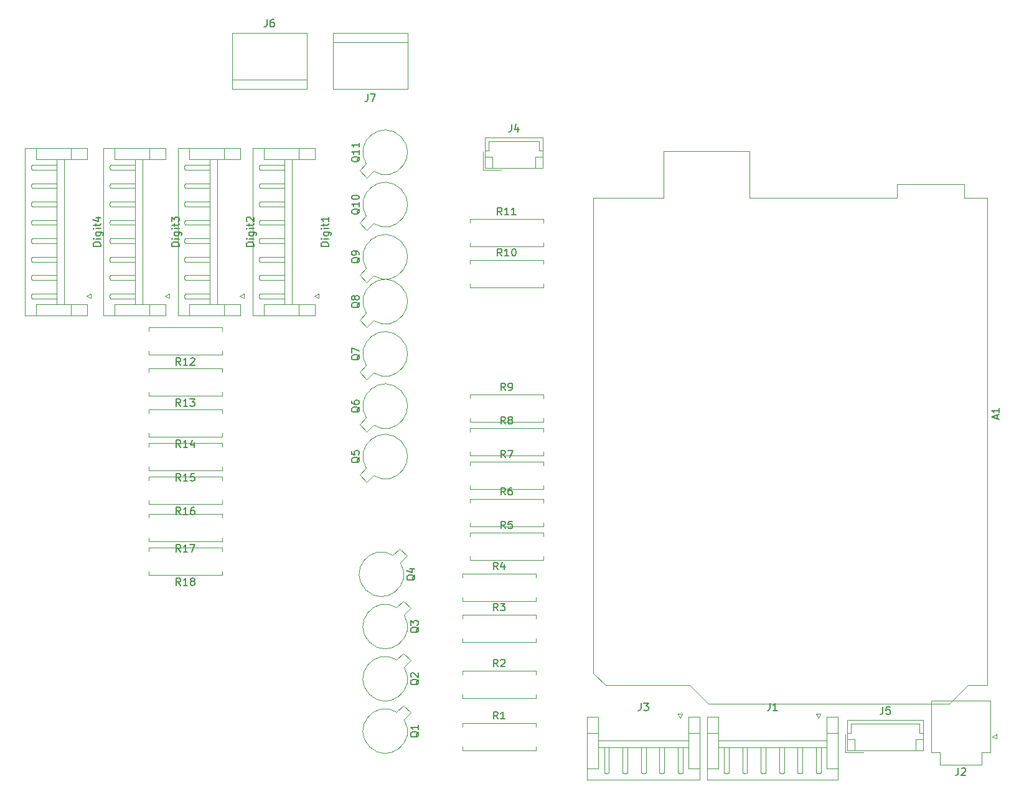
<source format=gbr>
G04 #@! TF.GenerationSoftware,KiCad,Pcbnew,(5.1.2)-2*
G04 #@! TF.CreationDate,2019-08-27T13:21:09+07:00*
G04 #@! TF.ProjectId,clock_7segment,636c6f63-6b5f-4377-9365-676d656e742e,rev?*
G04 #@! TF.SameCoordinates,Original*
G04 #@! TF.FileFunction,Legend,Top*
G04 #@! TF.FilePolarity,Positive*
%FSLAX46Y46*%
G04 Gerber Fmt 4.6, Leading zero omitted, Abs format (unit mm)*
G04 Created by KiCad (PCBNEW (5.1.2)-2) date 2019-08-27 13:21:09*
%MOMM*%
%LPD*%
G04 APERTURE LIST*
%ADD10C,0.120000*%
%ADD11C,0.150000*%
G04 APERTURE END LIST*
D10*
X107155719Y-131122331D02*
X106243552Y-132034499D01*
X106243552Y-132034499D02*
X107233501Y-133024448D01*
X107233501Y-133024448D02*
X108145669Y-132112281D01*
X108145456Y-132112150D02*
G75*
G03X107155719Y-131122331I1582544J2572150D01*
G01*
X108145456Y-118142150D02*
G75*
G03X107155719Y-117152331I1582544J2572150D01*
G01*
X107233501Y-119054448D02*
X108145669Y-118142281D01*
X106243552Y-118064499D02*
X107233501Y-119054448D01*
X107155719Y-117152331D02*
X106243552Y-118064499D01*
X108145456Y-90710150D02*
G75*
G03X107155719Y-89720331I1582544J2572150D01*
G01*
X107233501Y-91622448D02*
X108145669Y-90710281D01*
X106243552Y-90632499D02*
X107233501Y-91622448D01*
X107155719Y-89720331D02*
X106243552Y-90632499D01*
X111792281Y-143959669D02*
X112704448Y-143047501D01*
X112704448Y-143047501D02*
X111714499Y-142057552D01*
X111714499Y-142057552D02*
X110802331Y-142969719D01*
X110802544Y-142969850D02*
G75*
G03X111792281Y-143959669I-1582544J-2572150D01*
G01*
X107155719Y-110040331D02*
X106243552Y-110952499D01*
X106243552Y-110952499D02*
X107233501Y-111942448D01*
X107233501Y-111942448D02*
X108145669Y-111030281D01*
X108145456Y-111030150D02*
G75*
G03X107155719Y-110040331I1582544J2572150D01*
G01*
X131248000Y-106508000D02*
X131248000Y-106028000D01*
X121228000Y-106508000D02*
X131248000Y-106508000D01*
X121228000Y-106028000D02*
X121228000Y-106508000D01*
X131248000Y-102788000D02*
X131248000Y-103268000D01*
X121228000Y-102788000D02*
X131248000Y-102788000D01*
X121228000Y-103268000D02*
X121228000Y-102788000D01*
X151126000Y-160658000D02*
X153666000Y-163198000D01*
X139696000Y-160658000D02*
X151126000Y-160658000D01*
X138046000Y-159008000D02*
X139696000Y-160658000D01*
X138046000Y-94358000D02*
X138046000Y-159008000D01*
X147576000Y-94358000D02*
X138046000Y-94358000D01*
X147576000Y-88008000D02*
X147576000Y-94358000D01*
X159256000Y-88008000D02*
X147576000Y-88008000D01*
X159256000Y-94358000D02*
X159256000Y-88008000D01*
X179326000Y-94358000D02*
X159256000Y-94358000D01*
X179326000Y-92458000D02*
X179326000Y-94358000D01*
X188466000Y-92458000D02*
X179326000Y-92458000D01*
X188466000Y-94358000D02*
X188466000Y-92458000D01*
X191646000Y-94358000D02*
X188466000Y-94358000D01*
X191646000Y-160658000D02*
X191646000Y-94358000D01*
X188976000Y-160658000D02*
X191646000Y-160658000D01*
X186436000Y-163198000D02*
X188976000Y-160658000D01*
X153666000Y-163198000D02*
X186436000Y-163198000D01*
X100652000Y-107396000D02*
X100052000Y-107696000D01*
X100652000Y-107996000D02*
X100652000Y-107396000D01*
X100052000Y-107696000D02*
X100652000Y-107996000D01*
X96052000Y-89876000D02*
X96052000Y-90196000D01*
X92632000Y-89876000D02*
X96052000Y-89876000D01*
X92552000Y-90196000D02*
X92632000Y-89876000D01*
X92632000Y-90516000D02*
X92552000Y-90196000D01*
X96052000Y-90516000D02*
X92632000Y-90516000D01*
X96052000Y-90196000D02*
X96052000Y-90516000D01*
X96052000Y-92376000D02*
X96052000Y-92696000D01*
X92632000Y-92376000D02*
X96052000Y-92376000D01*
X92552000Y-92696000D02*
X92632000Y-92376000D01*
X92632000Y-93016000D02*
X92552000Y-92696000D01*
X96052000Y-93016000D02*
X92632000Y-93016000D01*
X96052000Y-92696000D02*
X96052000Y-93016000D01*
X96052000Y-94876000D02*
X96052000Y-95196000D01*
X92632000Y-94876000D02*
X96052000Y-94876000D01*
X92552000Y-95196000D02*
X92632000Y-94876000D01*
X92632000Y-95516000D02*
X92552000Y-95196000D01*
X96052000Y-95516000D02*
X92632000Y-95516000D01*
X96052000Y-95196000D02*
X96052000Y-95516000D01*
X96052000Y-97376000D02*
X96052000Y-97696000D01*
X92632000Y-97376000D02*
X96052000Y-97376000D01*
X92552000Y-97696000D02*
X92632000Y-97376000D01*
X92632000Y-98016000D02*
X92552000Y-97696000D01*
X96052000Y-98016000D02*
X92632000Y-98016000D01*
X96052000Y-97696000D02*
X96052000Y-98016000D01*
X96052000Y-99876000D02*
X96052000Y-100196000D01*
X92632000Y-99876000D02*
X96052000Y-99876000D01*
X92552000Y-100196000D02*
X92632000Y-99876000D01*
X92632000Y-100516000D02*
X92552000Y-100196000D01*
X96052000Y-100516000D02*
X92632000Y-100516000D01*
X96052000Y-100196000D02*
X96052000Y-100516000D01*
X96052000Y-102376000D02*
X96052000Y-102696000D01*
X92632000Y-102376000D02*
X96052000Y-102376000D01*
X92552000Y-102696000D02*
X92632000Y-102376000D01*
X92632000Y-103016000D02*
X92552000Y-102696000D01*
X96052000Y-103016000D02*
X92632000Y-103016000D01*
X96052000Y-102696000D02*
X96052000Y-103016000D01*
X96052000Y-104876000D02*
X96052000Y-105196000D01*
X92632000Y-104876000D02*
X96052000Y-104876000D01*
X92552000Y-105196000D02*
X92632000Y-104876000D01*
X92632000Y-105516000D02*
X92552000Y-105196000D01*
X96052000Y-105516000D02*
X92632000Y-105516000D01*
X96052000Y-105196000D02*
X96052000Y-105516000D01*
X96052000Y-107376000D02*
X96052000Y-107696000D01*
X92632000Y-107376000D02*
X96052000Y-107376000D01*
X92552000Y-107696000D02*
X92632000Y-107376000D01*
X92632000Y-108016000D02*
X92552000Y-107696000D01*
X96052000Y-108016000D02*
X92632000Y-108016000D01*
X96052000Y-107696000D02*
X96052000Y-108016000D01*
X97052000Y-108846000D02*
X97052000Y-89046000D01*
X96052000Y-108846000D02*
X96052000Y-89046000D01*
X98002000Y-89046000D02*
X98002000Y-87546000D01*
X93202000Y-89046000D02*
X98002000Y-89046000D01*
X93202000Y-87546000D02*
X93202000Y-89046000D01*
X98002000Y-108846000D02*
X98002000Y-110346000D01*
X93202000Y-108846000D02*
X98002000Y-108846000D01*
X93202000Y-110346000D02*
X93202000Y-108846000D01*
X100202000Y-89046000D02*
X98002000Y-89046000D01*
X100202000Y-87546000D02*
X100202000Y-89046000D01*
X91702000Y-87546000D02*
X100202000Y-87546000D01*
X91702000Y-110346000D02*
X91702000Y-87546000D01*
X100202000Y-110346000D02*
X91702000Y-110346000D01*
X100202000Y-108846000D02*
X100202000Y-110346000D01*
X98002000Y-108846000D02*
X100202000Y-108846000D01*
X67014000Y-108846000D02*
X69214000Y-108846000D01*
X69214000Y-108846000D02*
X69214000Y-110346000D01*
X69214000Y-110346000D02*
X60714000Y-110346000D01*
X60714000Y-110346000D02*
X60714000Y-87546000D01*
X60714000Y-87546000D02*
X69214000Y-87546000D01*
X69214000Y-87546000D02*
X69214000Y-89046000D01*
X69214000Y-89046000D02*
X67014000Y-89046000D01*
X62214000Y-110346000D02*
X62214000Y-108846000D01*
X62214000Y-108846000D02*
X67014000Y-108846000D01*
X67014000Y-108846000D02*
X67014000Y-110346000D01*
X62214000Y-87546000D02*
X62214000Y-89046000D01*
X62214000Y-89046000D02*
X67014000Y-89046000D01*
X67014000Y-89046000D02*
X67014000Y-87546000D01*
X65064000Y-108846000D02*
X65064000Y-89046000D01*
X66064000Y-108846000D02*
X66064000Y-89046000D01*
X65064000Y-107696000D02*
X65064000Y-108016000D01*
X65064000Y-108016000D02*
X61644000Y-108016000D01*
X61644000Y-108016000D02*
X61564000Y-107696000D01*
X61564000Y-107696000D02*
X61644000Y-107376000D01*
X61644000Y-107376000D02*
X65064000Y-107376000D01*
X65064000Y-107376000D02*
X65064000Y-107696000D01*
X65064000Y-105196000D02*
X65064000Y-105516000D01*
X65064000Y-105516000D02*
X61644000Y-105516000D01*
X61644000Y-105516000D02*
X61564000Y-105196000D01*
X61564000Y-105196000D02*
X61644000Y-104876000D01*
X61644000Y-104876000D02*
X65064000Y-104876000D01*
X65064000Y-104876000D02*
X65064000Y-105196000D01*
X65064000Y-102696000D02*
X65064000Y-103016000D01*
X65064000Y-103016000D02*
X61644000Y-103016000D01*
X61644000Y-103016000D02*
X61564000Y-102696000D01*
X61564000Y-102696000D02*
X61644000Y-102376000D01*
X61644000Y-102376000D02*
X65064000Y-102376000D01*
X65064000Y-102376000D02*
X65064000Y-102696000D01*
X65064000Y-100196000D02*
X65064000Y-100516000D01*
X65064000Y-100516000D02*
X61644000Y-100516000D01*
X61644000Y-100516000D02*
X61564000Y-100196000D01*
X61564000Y-100196000D02*
X61644000Y-99876000D01*
X61644000Y-99876000D02*
X65064000Y-99876000D01*
X65064000Y-99876000D02*
X65064000Y-100196000D01*
X65064000Y-97696000D02*
X65064000Y-98016000D01*
X65064000Y-98016000D02*
X61644000Y-98016000D01*
X61644000Y-98016000D02*
X61564000Y-97696000D01*
X61564000Y-97696000D02*
X61644000Y-97376000D01*
X61644000Y-97376000D02*
X65064000Y-97376000D01*
X65064000Y-97376000D02*
X65064000Y-97696000D01*
X65064000Y-95196000D02*
X65064000Y-95516000D01*
X65064000Y-95516000D02*
X61644000Y-95516000D01*
X61644000Y-95516000D02*
X61564000Y-95196000D01*
X61564000Y-95196000D02*
X61644000Y-94876000D01*
X61644000Y-94876000D02*
X65064000Y-94876000D01*
X65064000Y-94876000D02*
X65064000Y-95196000D01*
X65064000Y-92696000D02*
X65064000Y-93016000D01*
X65064000Y-93016000D02*
X61644000Y-93016000D01*
X61644000Y-93016000D02*
X61564000Y-92696000D01*
X61564000Y-92696000D02*
X61644000Y-92376000D01*
X61644000Y-92376000D02*
X65064000Y-92376000D01*
X65064000Y-92376000D02*
X65064000Y-92696000D01*
X65064000Y-90196000D02*
X65064000Y-90516000D01*
X65064000Y-90516000D02*
X61644000Y-90516000D01*
X61644000Y-90516000D02*
X61564000Y-90196000D01*
X61564000Y-90196000D02*
X61644000Y-89876000D01*
X61644000Y-89876000D02*
X65064000Y-89876000D01*
X65064000Y-89876000D02*
X65064000Y-90196000D01*
X69064000Y-107696000D02*
X69664000Y-107996000D01*
X69664000Y-107996000D02*
X69664000Y-107396000D01*
X69664000Y-107396000D02*
X69064000Y-107696000D01*
X168356000Y-164524000D02*
X168656000Y-165124000D01*
X168956000Y-164524000D02*
X168356000Y-164524000D01*
X168656000Y-165124000D02*
X168956000Y-164524000D01*
X155836000Y-169124000D02*
X156156000Y-169124000D01*
X155836000Y-172544000D02*
X155836000Y-169124000D01*
X156156000Y-172624000D02*
X155836000Y-172544000D01*
X156476000Y-172544000D02*
X156156000Y-172624000D01*
X156476000Y-169124000D02*
X156476000Y-172544000D01*
X156156000Y-169124000D02*
X156476000Y-169124000D01*
X158336000Y-169124000D02*
X158656000Y-169124000D01*
X158336000Y-172544000D02*
X158336000Y-169124000D01*
X158656000Y-172624000D02*
X158336000Y-172544000D01*
X158976000Y-172544000D02*
X158656000Y-172624000D01*
X158976000Y-169124000D02*
X158976000Y-172544000D01*
X158656000Y-169124000D02*
X158976000Y-169124000D01*
X160836000Y-169124000D02*
X161156000Y-169124000D01*
X160836000Y-172544000D02*
X160836000Y-169124000D01*
X161156000Y-172624000D02*
X160836000Y-172544000D01*
X161476000Y-172544000D02*
X161156000Y-172624000D01*
X161476000Y-169124000D02*
X161476000Y-172544000D01*
X161156000Y-169124000D02*
X161476000Y-169124000D01*
X163336000Y-169124000D02*
X163656000Y-169124000D01*
X163336000Y-172544000D02*
X163336000Y-169124000D01*
X163656000Y-172624000D02*
X163336000Y-172544000D01*
X163976000Y-172544000D02*
X163656000Y-172624000D01*
X163976000Y-169124000D02*
X163976000Y-172544000D01*
X163656000Y-169124000D02*
X163976000Y-169124000D01*
X165836000Y-169124000D02*
X166156000Y-169124000D01*
X165836000Y-172544000D02*
X165836000Y-169124000D01*
X166156000Y-172624000D02*
X165836000Y-172544000D01*
X166476000Y-172544000D02*
X166156000Y-172624000D01*
X166476000Y-169124000D02*
X166476000Y-172544000D01*
X166156000Y-169124000D02*
X166476000Y-169124000D01*
X168336000Y-169124000D02*
X168656000Y-169124000D01*
X168336000Y-172544000D02*
X168336000Y-169124000D01*
X168656000Y-172624000D02*
X168336000Y-172544000D01*
X168976000Y-172544000D02*
X168656000Y-172624000D01*
X168976000Y-169124000D02*
X168976000Y-172544000D01*
X168656000Y-169124000D02*
X168976000Y-169124000D01*
X169806000Y-168124000D02*
X155006000Y-168124000D01*
X169806000Y-169124000D02*
X155006000Y-169124000D01*
X155006000Y-167174000D02*
X153506000Y-167174000D01*
X155006000Y-171974000D02*
X155006000Y-167174000D01*
X153506000Y-171974000D02*
X155006000Y-171974000D01*
X169806000Y-167174000D02*
X171306000Y-167174000D01*
X169806000Y-171974000D02*
X169806000Y-167174000D01*
X171306000Y-171974000D02*
X169806000Y-171974000D01*
X155006000Y-164974000D02*
X155006000Y-167174000D01*
X153506000Y-164974000D02*
X155006000Y-164974000D01*
X153506000Y-173474000D02*
X153506000Y-164974000D01*
X171306000Y-173474000D02*
X153506000Y-173474000D01*
X171306000Y-164974000D02*
X171306000Y-173474000D01*
X169806000Y-164974000D02*
X171306000Y-164974000D01*
X169806000Y-167174000D02*
X169806000Y-164974000D01*
X192862000Y-167940000D02*
X192262000Y-167640000D01*
X192862000Y-167340000D02*
X192862000Y-167940000D01*
X192262000Y-167640000D02*
X192862000Y-167340000D01*
X183962000Y-162720000D02*
X192062000Y-162720000D01*
X183962000Y-169760000D02*
X183962000Y-162720000D01*
X185162000Y-169760000D02*
X183962000Y-169760000D01*
X185162000Y-171460000D02*
X185162000Y-169760000D01*
X190862000Y-171460000D02*
X185162000Y-171460000D01*
X190862000Y-169760000D02*
X190862000Y-171460000D01*
X192062000Y-169760000D02*
X190862000Y-169760000D01*
X192062000Y-162720000D02*
X192062000Y-169760000D01*
X123034000Y-90534000D02*
X125534000Y-90534000D01*
X123034000Y-88034000D02*
X123034000Y-90534000D01*
X130134000Y-88734000D02*
X130134000Y-90234000D01*
X131134000Y-88734000D02*
X130134000Y-88734000D01*
X124334000Y-88734000D02*
X124334000Y-90234000D01*
X123334000Y-88734000D02*
X124334000Y-88734000D01*
X130634000Y-87884000D02*
X131134000Y-87884000D01*
X130634000Y-86634000D02*
X130634000Y-87884000D01*
X123834000Y-86634000D02*
X130634000Y-86634000D01*
X123834000Y-87884000D02*
X123834000Y-86634000D01*
X123334000Y-87884000D02*
X123834000Y-87884000D01*
X131134000Y-86134000D02*
X123334000Y-86134000D01*
X131134000Y-90234000D02*
X131134000Y-86134000D01*
X123334000Y-90234000D02*
X131134000Y-90234000D01*
X123334000Y-86134000D02*
X123334000Y-90234000D01*
X172310000Y-169782000D02*
X174810000Y-169782000D01*
X172310000Y-167282000D02*
X172310000Y-169782000D01*
X181910000Y-167982000D02*
X181910000Y-169482000D01*
X182910000Y-167982000D02*
X181910000Y-167982000D01*
X173610000Y-167982000D02*
X173610000Y-169482000D01*
X172610000Y-167982000D02*
X173610000Y-167982000D01*
X182410000Y-167132000D02*
X182910000Y-167132000D01*
X182410000Y-165882000D02*
X182410000Y-167132000D01*
X173110000Y-165882000D02*
X182410000Y-165882000D01*
X173110000Y-167132000D02*
X173110000Y-165882000D01*
X172610000Y-167132000D02*
X173110000Y-167132000D01*
X182910000Y-165382000D02*
X172610000Y-165382000D01*
X182910000Y-169482000D02*
X182910000Y-165382000D01*
X172610000Y-169482000D02*
X182910000Y-169482000D01*
X172610000Y-165382000D02*
X172610000Y-169482000D01*
X88900000Y-79502000D02*
X99060000Y-79502000D01*
X88900000Y-71882000D02*
X88900000Y-79502000D01*
X99060000Y-71882000D02*
X88900000Y-71882000D01*
X99060000Y-79502000D02*
X99060000Y-71882000D01*
X99060000Y-78232000D02*
X88900000Y-78232000D01*
X102616000Y-73152000D02*
X112776000Y-73152000D01*
X102616000Y-71882000D02*
X102616000Y-79502000D01*
X102616000Y-79502000D02*
X112776000Y-79502000D01*
X112776000Y-79502000D02*
X112776000Y-71882000D01*
X112776000Y-71882000D02*
X102616000Y-71882000D01*
X111310544Y-164305850D02*
G75*
G03X112300281Y-165295669I-1582544J-2572150D01*
G01*
X112222499Y-163393552D02*
X111310331Y-164305719D01*
X113212448Y-164383501D02*
X112222499Y-163393552D01*
X112300281Y-165295669D02*
X113212448Y-164383501D01*
X112300281Y-158183669D02*
X113212448Y-157271501D01*
X113212448Y-157271501D02*
X112222499Y-156281552D01*
X112222499Y-156281552D02*
X111310331Y-157193719D01*
X111310544Y-157193850D02*
G75*
G03X112300281Y-158183669I-1582544J-2572150D01*
G01*
X111310544Y-150081850D02*
G75*
G03X112300281Y-151071669I-1582544J-2572150D01*
G01*
X112222499Y-149169552D02*
X111310331Y-150081719D01*
X113212448Y-150159501D02*
X112222499Y-149169552D01*
X112300281Y-151071669D02*
X113212448Y-150159501D01*
X108145456Y-125254150D02*
G75*
G03X107155719Y-124264331I1582544J2572150D01*
G01*
X107233501Y-126166448D02*
X108145669Y-125254281D01*
X106243552Y-125176499D02*
X107233501Y-126166448D01*
X107155719Y-124264331D02*
X106243552Y-125176499D01*
X108145456Y-104934150D02*
G75*
G03X107155719Y-103944331I1582544J2572150D01*
G01*
X107233501Y-105846448D02*
X108145669Y-104934281D01*
X106243552Y-104856499D02*
X107233501Y-105846448D01*
X107155719Y-103944331D02*
X106243552Y-104856499D01*
X107155719Y-96832331D02*
X106243552Y-97744499D01*
X106243552Y-97744499D02*
X107233501Y-98734448D01*
X107233501Y-98734448D02*
X108145669Y-97822281D01*
X108145456Y-97822150D02*
G75*
G03X107155719Y-96832331I1582544J2572150D01*
G01*
X120212000Y-166260000D02*
X120212000Y-165780000D01*
X120212000Y-165780000D02*
X130232000Y-165780000D01*
X130232000Y-165780000D02*
X130232000Y-166260000D01*
X120212000Y-169020000D02*
X120212000Y-169500000D01*
X120212000Y-169500000D02*
X130232000Y-169500000D01*
X130232000Y-169500000D02*
X130232000Y-169020000D01*
X130232000Y-162388000D02*
X130232000Y-161908000D01*
X120212000Y-162388000D02*
X130232000Y-162388000D01*
X120212000Y-161908000D02*
X120212000Y-162388000D01*
X130232000Y-158668000D02*
X130232000Y-159148000D01*
X120212000Y-158668000D02*
X130232000Y-158668000D01*
X120212000Y-159148000D02*
X120212000Y-158668000D01*
X120212000Y-151528000D02*
X120212000Y-151048000D01*
X120212000Y-151048000D02*
X130232000Y-151048000D01*
X130232000Y-151048000D02*
X130232000Y-151528000D01*
X120212000Y-154288000D02*
X120212000Y-154768000D01*
X120212000Y-154768000D02*
X130232000Y-154768000D01*
X130232000Y-154768000D02*
X130232000Y-154288000D01*
X130232000Y-149180000D02*
X130232000Y-148700000D01*
X120212000Y-149180000D02*
X130232000Y-149180000D01*
X120212000Y-148700000D02*
X120212000Y-149180000D01*
X130232000Y-145460000D02*
X130232000Y-145940000D01*
X120212000Y-145460000D02*
X130232000Y-145460000D01*
X120212000Y-145940000D02*
X120212000Y-145460000D01*
X131248000Y-143592000D02*
X131248000Y-143112000D01*
X121228000Y-143592000D02*
X131248000Y-143592000D01*
X121228000Y-143112000D02*
X121228000Y-143592000D01*
X131248000Y-139872000D02*
X131248000Y-140352000D01*
X121228000Y-139872000D02*
X131248000Y-139872000D01*
X121228000Y-140352000D02*
X121228000Y-139872000D01*
X121228000Y-135780000D02*
X121228000Y-135300000D01*
X121228000Y-135300000D02*
X131248000Y-135300000D01*
X131248000Y-135300000D02*
X131248000Y-135780000D01*
X121228000Y-138540000D02*
X121228000Y-139020000D01*
X121228000Y-139020000D02*
X131248000Y-139020000D01*
X131248000Y-139020000D02*
X131248000Y-138540000D01*
X131248000Y-133940000D02*
X131248000Y-133460000D01*
X121228000Y-133940000D02*
X131248000Y-133940000D01*
X121228000Y-133460000D02*
X121228000Y-133940000D01*
X131248000Y-130220000D02*
X131248000Y-130700000D01*
X121228000Y-130220000D02*
X131248000Y-130220000D01*
X121228000Y-130700000D02*
X121228000Y-130220000D01*
X121228000Y-126128000D02*
X121228000Y-125648000D01*
X121228000Y-125648000D02*
X131248000Y-125648000D01*
X131248000Y-125648000D02*
X131248000Y-126128000D01*
X121228000Y-128888000D02*
X121228000Y-129368000D01*
X121228000Y-129368000D02*
X131248000Y-129368000D01*
X131248000Y-129368000D02*
X131248000Y-128888000D01*
X131248000Y-124796000D02*
X131248000Y-124316000D01*
X121228000Y-124796000D02*
X131248000Y-124796000D01*
X121228000Y-124316000D02*
X121228000Y-124796000D01*
X131248000Y-121076000D02*
X131248000Y-121556000D01*
X121228000Y-121076000D02*
X131248000Y-121076000D01*
X121228000Y-121556000D02*
X121228000Y-121076000D01*
X131248000Y-100920000D02*
X131248000Y-100440000D01*
X121228000Y-100920000D02*
X131248000Y-100920000D01*
X121228000Y-100440000D02*
X121228000Y-100920000D01*
X131248000Y-97200000D02*
X131248000Y-97680000D01*
X121228000Y-97200000D02*
X131248000Y-97200000D01*
X121228000Y-97680000D02*
X121228000Y-97200000D01*
X149560000Y-164524000D02*
X149860000Y-165124000D01*
X150160000Y-164524000D02*
X149560000Y-164524000D01*
X149860000Y-165124000D02*
X150160000Y-164524000D01*
X139540000Y-169124000D02*
X139860000Y-169124000D01*
X139540000Y-172544000D02*
X139540000Y-169124000D01*
X139860000Y-172624000D02*
X139540000Y-172544000D01*
X140180000Y-172544000D02*
X139860000Y-172624000D01*
X140180000Y-169124000D02*
X140180000Y-172544000D01*
X139860000Y-169124000D02*
X140180000Y-169124000D01*
X142040000Y-169124000D02*
X142360000Y-169124000D01*
X142040000Y-172544000D02*
X142040000Y-169124000D01*
X142360000Y-172624000D02*
X142040000Y-172544000D01*
X142680000Y-172544000D02*
X142360000Y-172624000D01*
X142680000Y-169124000D02*
X142680000Y-172544000D01*
X142360000Y-169124000D02*
X142680000Y-169124000D01*
X144540000Y-169124000D02*
X144860000Y-169124000D01*
X144540000Y-172544000D02*
X144540000Y-169124000D01*
X144860000Y-172624000D02*
X144540000Y-172544000D01*
X145180000Y-172544000D02*
X144860000Y-172624000D01*
X145180000Y-169124000D02*
X145180000Y-172544000D01*
X144860000Y-169124000D02*
X145180000Y-169124000D01*
X147040000Y-169124000D02*
X147360000Y-169124000D01*
X147040000Y-172544000D02*
X147040000Y-169124000D01*
X147360000Y-172624000D02*
X147040000Y-172544000D01*
X147680000Y-172544000D02*
X147360000Y-172624000D01*
X147680000Y-169124000D02*
X147680000Y-172544000D01*
X147360000Y-169124000D02*
X147680000Y-169124000D01*
X149540000Y-169124000D02*
X149860000Y-169124000D01*
X149540000Y-172544000D02*
X149540000Y-169124000D01*
X149860000Y-172624000D02*
X149540000Y-172544000D01*
X150180000Y-172544000D02*
X149860000Y-172624000D01*
X150180000Y-169124000D02*
X150180000Y-172544000D01*
X149860000Y-169124000D02*
X150180000Y-169124000D01*
X151010000Y-168124000D02*
X138710000Y-168124000D01*
X151010000Y-169124000D02*
X138710000Y-169124000D01*
X138710000Y-167174000D02*
X137210000Y-167174000D01*
X138710000Y-171974000D02*
X138710000Y-167174000D01*
X137210000Y-171974000D02*
X138710000Y-171974000D01*
X151010000Y-167174000D02*
X152510000Y-167174000D01*
X151010000Y-171974000D02*
X151010000Y-167174000D01*
X152510000Y-171974000D02*
X151010000Y-171974000D01*
X138710000Y-164974000D02*
X138710000Y-167174000D01*
X137210000Y-164974000D02*
X138710000Y-164974000D01*
X137210000Y-173474000D02*
X137210000Y-164974000D01*
X152510000Y-173474000D02*
X137210000Y-173474000D01*
X152510000Y-164974000D02*
X152510000Y-173474000D01*
X151010000Y-164974000D02*
X152510000Y-164974000D01*
X151010000Y-167174000D02*
X151010000Y-164974000D01*
X87560000Y-115172000D02*
X87560000Y-115652000D01*
X87560000Y-115652000D02*
X77540000Y-115652000D01*
X77540000Y-115652000D02*
X77540000Y-115172000D01*
X87560000Y-112412000D02*
X87560000Y-111932000D01*
X87560000Y-111932000D02*
X77540000Y-111932000D01*
X77540000Y-111932000D02*
X77540000Y-112412000D01*
X77540000Y-117520000D02*
X77540000Y-118000000D01*
X87560000Y-117520000D02*
X77540000Y-117520000D01*
X87560000Y-118000000D02*
X87560000Y-117520000D01*
X77540000Y-121240000D02*
X77540000Y-120760000D01*
X87560000Y-121240000D02*
X77540000Y-121240000D01*
X87560000Y-120760000D02*
X87560000Y-121240000D01*
X77540000Y-123108000D02*
X77540000Y-123588000D01*
X87560000Y-123108000D02*
X77540000Y-123108000D01*
X87560000Y-123588000D02*
X87560000Y-123108000D01*
X77540000Y-126828000D02*
X77540000Y-126348000D01*
X87560000Y-126828000D02*
X77540000Y-126828000D01*
X87560000Y-126348000D02*
X87560000Y-126828000D01*
X87560000Y-130920000D02*
X87560000Y-131400000D01*
X87560000Y-131400000D02*
X77540000Y-131400000D01*
X77540000Y-131400000D02*
X77540000Y-130920000D01*
X87560000Y-128160000D02*
X87560000Y-127680000D01*
X87560000Y-127680000D02*
X77540000Y-127680000D01*
X77540000Y-127680000D02*
X77540000Y-128160000D01*
X77540000Y-132252000D02*
X77540000Y-132732000D01*
X87560000Y-132252000D02*
X77540000Y-132252000D01*
X87560000Y-132732000D02*
X87560000Y-132252000D01*
X77540000Y-135972000D02*
X77540000Y-135492000D01*
X87560000Y-135972000D02*
X77540000Y-135972000D01*
X87560000Y-135492000D02*
X87560000Y-135972000D01*
X87560000Y-140572000D02*
X87560000Y-141052000D01*
X87560000Y-141052000D02*
X77540000Y-141052000D01*
X77540000Y-141052000D02*
X77540000Y-140572000D01*
X87560000Y-137812000D02*
X87560000Y-137332000D01*
X87560000Y-137332000D02*
X77540000Y-137332000D01*
X77540000Y-137332000D02*
X77540000Y-137812000D01*
X77540000Y-141904000D02*
X77540000Y-142384000D01*
X87560000Y-141904000D02*
X77540000Y-141904000D01*
X87560000Y-142384000D02*
X87560000Y-141904000D01*
X77540000Y-145624000D02*
X77540000Y-145144000D01*
X87560000Y-145624000D02*
X77540000Y-145624000D01*
X87560000Y-145144000D02*
X87560000Y-145624000D01*
X90492000Y-107396000D02*
X89892000Y-107696000D01*
X90492000Y-107996000D02*
X90492000Y-107396000D01*
X89892000Y-107696000D02*
X90492000Y-107996000D01*
X85892000Y-89876000D02*
X85892000Y-90196000D01*
X82472000Y-89876000D02*
X85892000Y-89876000D01*
X82392000Y-90196000D02*
X82472000Y-89876000D01*
X82472000Y-90516000D02*
X82392000Y-90196000D01*
X85892000Y-90516000D02*
X82472000Y-90516000D01*
X85892000Y-90196000D02*
X85892000Y-90516000D01*
X85892000Y-92376000D02*
X85892000Y-92696000D01*
X82472000Y-92376000D02*
X85892000Y-92376000D01*
X82392000Y-92696000D02*
X82472000Y-92376000D01*
X82472000Y-93016000D02*
X82392000Y-92696000D01*
X85892000Y-93016000D02*
X82472000Y-93016000D01*
X85892000Y-92696000D02*
X85892000Y-93016000D01*
X85892000Y-94876000D02*
X85892000Y-95196000D01*
X82472000Y-94876000D02*
X85892000Y-94876000D01*
X82392000Y-95196000D02*
X82472000Y-94876000D01*
X82472000Y-95516000D02*
X82392000Y-95196000D01*
X85892000Y-95516000D02*
X82472000Y-95516000D01*
X85892000Y-95196000D02*
X85892000Y-95516000D01*
X85892000Y-97376000D02*
X85892000Y-97696000D01*
X82472000Y-97376000D02*
X85892000Y-97376000D01*
X82392000Y-97696000D02*
X82472000Y-97376000D01*
X82472000Y-98016000D02*
X82392000Y-97696000D01*
X85892000Y-98016000D02*
X82472000Y-98016000D01*
X85892000Y-97696000D02*
X85892000Y-98016000D01*
X85892000Y-99876000D02*
X85892000Y-100196000D01*
X82472000Y-99876000D02*
X85892000Y-99876000D01*
X82392000Y-100196000D02*
X82472000Y-99876000D01*
X82472000Y-100516000D02*
X82392000Y-100196000D01*
X85892000Y-100516000D02*
X82472000Y-100516000D01*
X85892000Y-100196000D02*
X85892000Y-100516000D01*
X85892000Y-102376000D02*
X85892000Y-102696000D01*
X82472000Y-102376000D02*
X85892000Y-102376000D01*
X82392000Y-102696000D02*
X82472000Y-102376000D01*
X82472000Y-103016000D02*
X82392000Y-102696000D01*
X85892000Y-103016000D02*
X82472000Y-103016000D01*
X85892000Y-102696000D02*
X85892000Y-103016000D01*
X85892000Y-104876000D02*
X85892000Y-105196000D01*
X82472000Y-104876000D02*
X85892000Y-104876000D01*
X82392000Y-105196000D02*
X82472000Y-104876000D01*
X82472000Y-105516000D02*
X82392000Y-105196000D01*
X85892000Y-105516000D02*
X82472000Y-105516000D01*
X85892000Y-105196000D02*
X85892000Y-105516000D01*
X85892000Y-107376000D02*
X85892000Y-107696000D01*
X82472000Y-107376000D02*
X85892000Y-107376000D01*
X82392000Y-107696000D02*
X82472000Y-107376000D01*
X82472000Y-108016000D02*
X82392000Y-107696000D01*
X85892000Y-108016000D02*
X82472000Y-108016000D01*
X85892000Y-107696000D02*
X85892000Y-108016000D01*
X86892000Y-108846000D02*
X86892000Y-89046000D01*
X85892000Y-108846000D02*
X85892000Y-89046000D01*
X87842000Y-89046000D02*
X87842000Y-87546000D01*
X83042000Y-89046000D02*
X87842000Y-89046000D01*
X83042000Y-87546000D02*
X83042000Y-89046000D01*
X87842000Y-108846000D02*
X87842000Y-110346000D01*
X83042000Y-108846000D02*
X87842000Y-108846000D01*
X83042000Y-110346000D02*
X83042000Y-108846000D01*
X90042000Y-89046000D02*
X87842000Y-89046000D01*
X90042000Y-87546000D02*
X90042000Y-89046000D01*
X81542000Y-87546000D02*
X90042000Y-87546000D01*
X81542000Y-110346000D02*
X81542000Y-87546000D01*
X90042000Y-110346000D02*
X81542000Y-110346000D01*
X90042000Y-108846000D02*
X90042000Y-110346000D01*
X87842000Y-108846000D02*
X90042000Y-108846000D01*
X77682000Y-108846000D02*
X79882000Y-108846000D01*
X79882000Y-108846000D02*
X79882000Y-110346000D01*
X79882000Y-110346000D02*
X71382000Y-110346000D01*
X71382000Y-110346000D02*
X71382000Y-87546000D01*
X71382000Y-87546000D02*
X79882000Y-87546000D01*
X79882000Y-87546000D02*
X79882000Y-89046000D01*
X79882000Y-89046000D02*
X77682000Y-89046000D01*
X72882000Y-110346000D02*
X72882000Y-108846000D01*
X72882000Y-108846000D02*
X77682000Y-108846000D01*
X77682000Y-108846000D02*
X77682000Y-110346000D01*
X72882000Y-87546000D02*
X72882000Y-89046000D01*
X72882000Y-89046000D02*
X77682000Y-89046000D01*
X77682000Y-89046000D02*
X77682000Y-87546000D01*
X75732000Y-108846000D02*
X75732000Y-89046000D01*
X76732000Y-108846000D02*
X76732000Y-89046000D01*
X75732000Y-107696000D02*
X75732000Y-108016000D01*
X75732000Y-108016000D02*
X72312000Y-108016000D01*
X72312000Y-108016000D02*
X72232000Y-107696000D01*
X72232000Y-107696000D02*
X72312000Y-107376000D01*
X72312000Y-107376000D02*
X75732000Y-107376000D01*
X75732000Y-107376000D02*
X75732000Y-107696000D01*
X75732000Y-105196000D02*
X75732000Y-105516000D01*
X75732000Y-105516000D02*
X72312000Y-105516000D01*
X72312000Y-105516000D02*
X72232000Y-105196000D01*
X72232000Y-105196000D02*
X72312000Y-104876000D01*
X72312000Y-104876000D02*
X75732000Y-104876000D01*
X75732000Y-104876000D02*
X75732000Y-105196000D01*
X75732000Y-102696000D02*
X75732000Y-103016000D01*
X75732000Y-103016000D02*
X72312000Y-103016000D01*
X72312000Y-103016000D02*
X72232000Y-102696000D01*
X72232000Y-102696000D02*
X72312000Y-102376000D01*
X72312000Y-102376000D02*
X75732000Y-102376000D01*
X75732000Y-102376000D02*
X75732000Y-102696000D01*
X75732000Y-100196000D02*
X75732000Y-100516000D01*
X75732000Y-100516000D02*
X72312000Y-100516000D01*
X72312000Y-100516000D02*
X72232000Y-100196000D01*
X72232000Y-100196000D02*
X72312000Y-99876000D01*
X72312000Y-99876000D02*
X75732000Y-99876000D01*
X75732000Y-99876000D02*
X75732000Y-100196000D01*
X75732000Y-97696000D02*
X75732000Y-98016000D01*
X75732000Y-98016000D02*
X72312000Y-98016000D01*
X72312000Y-98016000D02*
X72232000Y-97696000D01*
X72232000Y-97696000D02*
X72312000Y-97376000D01*
X72312000Y-97376000D02*
X75732000Y-97376000D01*
X75732000Y-97376000D02*
X75732000Y-97696000D01*
X75732000Y-95196000D02*
X75732000Y-95516000D01*
X75732000Y-95516000D02*
X72312000Y-95516000D01*
X72312000Y-95516000D02*
X72232000Y-95196000D01*
X72232000Y-95196000D02*
X72312000Y-94876000D01*
X72312000Y-94876000D02*
X75732000Y-94876000D01*
X75732000Y-94876000D02*
X75732000Y-95196000D01*
X75732000Y-92696000D02*
X75732000Y-93016000D01*
X75732000Y-93016000D02*
X72312000Y-93016000D01*
X72312000Y-93016000D02*
X72232000Y-92696000D01*
X72232000Y-92696000D02*
X72312000Y-92376000D01*
X72312000Y-92376000D02*
X75732000Y-92376000D01*
X75732000Y-92376000D02*
X75732000Y-92696000D01*
X75732000Y-90196000D02*
X75732000Y-90516000D01*
X75732000Y-90516000D02*
X72312000Y-90516000D01*
X72312000Y-90516000D02*
X72232000Y-90196000D01*
X72232000Y-90196000D02*
X72312000Y-89876000D01*
X72312000Y-89876000D02*
X75732000Y-89876000D01*
X75732000Y-89876000D02*
X75732000Y-90196000D01*
X79732000Y-107696000D02*
X80332000Y-107996000D01*
X80332000Y-107996000D02*
X80332000Y-107396000D01*
X80332000Y-107396000D02*
X79732000Y-107696000D01*
D11*
X106255619Y-129635238D02*
X106208000Y-129730476D01*
X106112761Y-129825714D01*
X105969904Y-129968571D01*
X105922285Y-130063809D01*
X105922285Y-130159047D01*
X106160380Y-130111428D02*
X106112761Y-130206666D01*
X106017523Y-130301904D01*
X105827047Y-130349523D01*
X105493714Y-130349523D01*
X105303238Y-130301904D01*
X105208000Y-130206666D01*
X105160380Y-130111428D01*
X105160380Y-129920952D01*
X105208000Y-129825714D01*
X105303238Y-129730476D01*
X105493714Y-129682857D01*
X105827047Y-129682857D01*
X106017523Y-129730476D01*
X106112761Y-129825714D01*
X106160380Y-129920952D01*
X106160380Y-130111428D01*
X105160380Y-128778095D02*
X105160380Y-129254285D01*
X105636571Y-129301904D01*
X105588952Y-129254285D01*
X105541333Y-129159047D01*
X105541333Y-128920952D01*
X105588952Y-128825714D01*
X105636571Y-128778095D01*
X105731809Y-128730476D01*
X105969904Y-128730476D01*
X106065142Y-128778095D01*
X106112761Y-128825714D01*
X106160380Y-128920952D01*
X106160380Y-129159047D01*
X106112761Y-129254285D01*
X106065142Y-129301904D01*
X106255619Y-115665238D02*
X106208000Y-115760476D01*
X106112761Y-115855714D01*
X105969904Y-115998571D01*
X105922285Y-116093809D01*
X105922285Y-116189047D01*
X106160380Y-116141428D02*
X106112761Y-116236666D01*
X106017523Y-116331904D01*
X105827047Y-116379523D01*
X105493714Y-116379523D01*
X105303238Y-116331904D01*
X105208000Y-116236666D01*
X105160380Y-116141428D01*
X105160380Y-115950952D01*
X105208000Y-115855714D01*
X105303238Y-115760476D01*
X105493714Y-115712857D01*
X105827047Y-115712857D01*
X106017523Y-115760476D01*
X106112761Y-115855714D01*
X106160380Y-115950952D01*
X106160380Y-116141428D01*
X105160380Y-115379523D02*
X105160380Y-114712857D01*
X106160380Y-115141428D01*
X106255619Y-88709428D02*
X106208000Y-88804666D01*
X106112761Y-88899904D01*
X105969904Y-89042761D01*
X105922285Y-89138000D01*
X105922285Y-89233238D01*
X106160380Y-89185619D02*
X106112761Y-89280857D01*
X106017523Y-89376095D01*
X105827047Y-89423714D01*
X105493714Y-89423714D01*
X105303238Y-89376095D01*
X105208000Y-89280857D01*
X105160380Y-89185619D01*
X105160380Y-88995142D01*
X105208000Y-88899904D01*
X105303238Y-88804666D01*
X105493714Y-88757047D01*
X105827047Y-88757047D01*
X106017523Y-88804666D01*
X106112761Y-88899904D01*
X106160380Y-88995142D01*
X106160380Y-89185619D01*
X106160380Y-87804666D02*
X106160380Y-88376095D01*
X106160380Y-88090380D02*
X105160380Y-88090380D01*
X105303238Y-88185619D01*
X105398476Y-88280857D01*
X105446095Y-88376095D01*
X106160380Y-86852285D02*
X106160380Y-87423714D01*
X106160380Y-87138000D02*
X105160380Y-87138000D01*
X105303238Y-87233238D01*
X105398476Y-87328476D01*
X105446095Y-87423714D01*
X113787619Y-145637238D02*
X113740000Y-145732476D01*
X113644761Y-145827714D01*
X113501904Y-145970571D01*
X113454285Y-146065809D01*
X113454285Y-146161047D01*
X113692380Y-146113428D02*
X113644761Y-146208666D01*
X113549523Y-146303904D01*
X113359047Y-146351523D01*
X113025714Y-146351523D01*
X112835238Y-146303904D01*
X112740000Y-146208666D01*
X112692380Y-146113428D01*
X112692380Y-145922952D01*
X112740000Y-145827714D01*
X112835238Y-145732476D01*
X113025714Y-145684857D01*
X113359047Y-145684857D01*
X113549523Y-145732476D01*
X113644761Y-145827714D01*
X113692380Y-145922952D01*
X113692380Y-146113428D01*
X113025714Y-144827714D02*
X113692380Y-144827714D01*
X112644761Y-145065809D02*
X113359047Y-145303904D01*
X113359047Y-144684857D01*
X106255619Y-108553238D02*
X106208000Y-108648476D01*
X106112761Y-108743714D01*
X105969904Y-108886571D01*
X105922285Y-108981809D01*
X105922285Y-109077047D01*
X106160380Y-109029428D02*
X106112761Y-109124666D01*
X106017523Y-109219904D01*
X105827047Y-109267523D01*
X105493714Y-109267523D01*
X105303238Y-109219904D01*
X105208000Y-109124666D01*
X105160380Y-109029428D01*
X105160380Y-108838952D01*
X105208000Y-108743714D01*
X105303238Y-108648476D01*
X105493714Y-108600857D01*
X105827047Y-108600857D01*
X106017523Y-108648476D01*
X106112761Y-108743714D01*
X106160380Y-108838952D01*
X106160380Y-109029428D01*
X105588952Y-108029428D02*
X105541333Y-108124666D01*
X105493714Y-108172285D01*
X105398476Y-108219904D01*
X105350857Y-108219904D01*
X105255619Y-108172285D01*
X105208000Y-108124666D01*
X105160380Y-108029428D01*
X105160380Y-107838952D01*
X105208000Y-107743714D01*
X105255619Y-107696095D01*
X105350857Y-107648476D01*
X105398476Y-107648476D01*
X105493714Y-107696095D01*
X105541333Y-107743714D01*
X105588952Y-107838952D01*
X105588952Y-108029428D01*
X105636571Y-108124666D01*
X105684190Y-108172285D01*
X105779428Y-108219904D01*
X105969904Y-108219904D01*
X106065142Y-108172285D01*
X106112761Y-108124666D01*
X106160380Y-108029428D01*
X106160380Y-107838952D01*
X106112761Y-107743714D01*
X106065142Y-107696095D01*
X105969904Y-107648476D01*
X105779428Y-107648476D01*
X105684190Y-107696095D01*
X105636571Y-107743714D01*
X105588952Y-107838952D01*
X125595142Y-102240380D02*
X125261809Y-101764190D01*
X125023714Y-102240380D02*
X125023714Y-101240380D01*
X125404666Y-101240380D01*
X125499904Y-101288000D01*
X125547523Y-101335619D01*
X125595142Y-101430857D01*
X125595142Y-101573714D01*
X125547523Y-101668952D01*
X125499904Y-101716571D01*
X125404666Y-101764190D01*
X125023714Y-101764190D01*
X126547523Y-102240380D02*
X125976095Y-102240380D01*
X126261809Y-102240380D02*
X126261809Y-101240380D01*
X126166571Y-101383238D01*
X126071333Y-101478476D01*
X125976095Y-101526095D01*
X127166571Y-101240380D02*
X127261809Y-101240380D01*
X127357047Y-101288000D01*
X127404666Y-101335619D01*
X127452285Y-101430857D01*
X127499904Y-101621333D01*
X127499904Y-101859428D01*
X127452285Y-102049904D01*
X127404666Y-102145142D01*
X127357047Y-102192761D01*
X127261809Y-102240380D01*
X127166571Y-102240380D01*
X127071333Y-102192761D01*
X127023714Y-102145142D01*
X126976095Y-102049904D01*
X126928476Y-101859428D01*
X126928476Y-101621333D01*
X126976095Y-101430857D01*
X127023714Y-101335619D01*
X127071333Y-101288000D01*
X127166571Y-101240380D01*
X192952666Y-124412285D02*
X192952666Y-123936095D01*
X193238380Y-124507523D02*
X192238380Y-124174190D01*
X193238380Y-123840857D01*
X193238380Y-122983714D02*
X193238380Y-123555142D01*
X193238380Y-123269428D02*
X192238380Y-123269428D01*
X192381238Y-123364666D01*
X192476476Y-123459904D01*
X192524095Y-123555142D01*
X102004380Y-100898380D02*
X101004380Y-100898380D01*
X101004380Y-100660285D01*
X101052000Y-100517428D01*
X101147238Y-100422190D01*
X101242476Y-100374571D01*
X101432952Y-100326952D01*
X101575809Y-100326952D01*
X101766285Y-100374571D01*
X101861523Y-100422190D01*
X101956761Y-100517428D01*
X102004380Y-100660285D01*
X102004380Y-100898380D01*
X102004380Y-99898380D02*
X101337714Y-99898380D01*
X101004380Y-99898380D02*
X101052000Y-99946000D01*
X101099619Y-99898380D01*
X101052000Y-99850761D01*
X101004380Y-99898380D01*
X101099619Y-99898380D01*
X101337714Y-98993619D02*
X102147238Y-98993619D01*
X102242476Y-99041238D01*
X102290095Y-99088857D01*
X102337714Y-99184095D01*
X102337714Y-99326952D01*
X102290095Y-99422190D01*
X101956761Y-98993619D02*
X102004380Y-99088857D01*
X102004380Y-99279333D01*
X101956761Y-99374571D01*
X101909142Y-99422190D01*
X101813904Y-99469809D01*
X101528190Y-99469809D01*
X101432952Y-99422190D01*
X101385333Y-99374571D01*
X101337714Y-99279333D01*
X101337714Y-99088857D01*
X101385333Y-98993619D01*
X102004380Y-98517428D02*
X101337714Y-98517428D01*
X101004380Y-98517428D02*
X101052000Y-98565047D01*
X101099619Y-98517428D01*
X101052000Y-98469809D01*
X101004380Y-98517428D01*
X101099619Y-98517428D01*
X101337714Y-98184095D02*
X101337714Y-97803142D01*
X101004380Y-98041238D02*
X101861523Y-98041238D01*
X101956761Y-97993619D01*
X102004380Y-97898380D01*
X102004380Y-97803142D01*
X102004380Y-96946000D02*
X102004380Y-97517428D01*
X102004380Y-97231714D02*
X101004380Y-97231714D01*
X101147238Y-97326952D01*
X101242476Y-97422190D01*
X101290095Y-97517428D01*
X71016380Y-100898380D02*
X70016380Y-100898380D01*
X70016380Y-100660285D01*
X70064000Y-100517428D01*
X70159238Y-100422190D01*
X70254476Y-100374571D01*
X70444952Y-100326952D01*
X70587809Y-100326952D01*
X70778285Y-100374571D01*
X70873523Y-100422190D01*
X70968761Y-100517428D01*
X71016380Y-100660285D01*
X71016380Y-100898380D01*
X71016380Y-99898380D02*
X70349714Y-99898380D01*
X70016380Y-99898380D02*
X70064000Y-99946000D01*
X70111619Y-99898380D01*
X70064000Y-99850761D01*
X70016380Y-99898380D01*
X70111619Y-99898380D01*
X70349714Y-98993619D02*
X71159238Y-98993619D01*
X71254476Y-99041238D01*
X71302095Y-99088857D01*
X71349714Y-99184095D01*
X71349714Y-99326952D01*
X71302095Y-99422190D01*
X70968761Y-98993619D02*
X71016380Y-99088857D01*
X71016380Y-99279333D01*
X70968761Y-99374571D01*
X70921142Y-99422190D01*
X70825904Y-99469809D01*
X70540190Y-99469809D01*
X70444952Y-99422190D01*
X70397333Y-99374571D01*
X70349714Y-99279333D01*
X70349714Y-99088857D01*
X70397333Y-98993619D01*
X71016380Y-98517428D02*
X70349714Y-98517428D01*
X70016380Y-98517428D02*
X70064000Y-98565047D01*
X70111619Y-98517428D01*
X70064000Y-98469809D01*
X70016380Y-98517428D01*
X70111619Y-98517428D01*
X70349714Y-98184095D02*
X70349714Y-97803142D01*
X70016380Y-98041238D02*
X70873523Y-98041238D01*
X70968761Y-97993619D01*
X71016380Y-97898380D01*
X71016380Y-97803142D01*
X70349714Y-97041238D02*
X71016380Y-97041238D01*
X69968761Y-97279333D02*
X70683047Y-97517428D01*
X70683047Y-96898380D01*
X162072666Y-163076380D02*
X162072666Y-163790666D01*
X162025047Y-163933523D01*
X161929809Y-164028761D01*
X161786952Y-164076380D01*
X161691714Y-164076380D01*
X163072666Y-164076380D02*
X162501238Y-164076380D01*
X162786952Y-164076380D02*
X162786952Y-163076380D01*
X162691714Y-163219238D01*
X162596476Y-163314476D01*
X162501238Y-163362095D01*
X187678666Y-171892380D02*
X187678666Y-172606666D01*
X187631047Y-172749523D01*
X187535809Y-172844761D01*
X187392952Y-172892380D01*
X187297714Y-172892380D01*
X188107238Y-171987619D02*
X188154857Y-171940000D01*
X188250095Y-171892380D01*
X188488190Y-171892380D01*
X188583428Y-171940000D01*
X188631047Y-171987619D01*
X188678666Y-172082857D01*
X188678666Y-172178095D01*
X188631047Y-172320952D01*
X188059619Y-172892380D01*
X188678666Y-172892380D01*
X126900666Y-84336380D02*
X126900666Y-85050666D01*
X126853047Y-85193523D01*
X126757809Y-85288761D01*
X126614952Y-85336380D01*
X126519714Y-85336380D01*
X127805428Y-84669714D02*
X127805428Y-85336380D01*
X127567333Y-84288761D02*
X127329238Y-85003047D01*
X127948285Y-85003047D01*
X177426666Y-163584380D02*
X177426666Y-164298666D01*
X177379047Y-164441523D01*
X177283809Y-164536761D01*
X177140952Y-164584380D01*
X177045714Y-164584380D01*
X178379047Y-163584380D02*
X177902857Y-163584380D01*
X177855238Y-164060571D01*
X177902857Y-164012952D01*
X177998095Y-163965333D01*
X178236190Y-163965333D01*
X178331428Y-164012952D01*
X178379047Y-164060571D01*
X178426666Y-164155809D01*
X178426666Y-164393904D01*
X178379047Y-164489142D01*
X178331428Y-164536761D01*
X178236190Y-164584380D01*
X177998095Y-164584380D01*
X177902857Y-164536761D01*
X177855238Y-164489142D01*
X93646666Y-70064380D02*
X93646666Y-70778666D01*
X93599047Y-70921523D01*
X93503809Y-71016761D01*
X93360952Y-71064380D01*
X93265714Y-71064380D01*
X94551428Y-70064380D02*
X94360952Y-70064380D01*
X94265714Y-70112000D01*
X94218095Y-70159619D01*
X94122857Y-70302476D01*
X94075238Y-70492952D01*
X94075238Y-70873904D01*
X94122857Y-70969142D01*
X94170476Y-71016761D01*
X94265714Y-71064380D01*
X94456190Y-71064380D01*
X94551428Y-71016761D01*
X94599047Y-70969142D01*
X94646666Y-70873904D01*
X94646666Y-70635809D01*
X94599047Y-70540571D01*
X94551428Y-70492952D01*
X94456190Y-70445333D01*
X94265714Y-70445333D01*
X94170476Y-70492952D01*
X94122857Y-70540571D01*
X94075238Y-70635809D01*
X107362666Y-80224380D02*
X107362666Y-80938666D01*
X107315047Y-81081523D01*
X107219809Y-81176761D01*
X107076952Y-81224380D01*
X106981714Y-81224380D01*
X107743619Y-80224380D02*
X108410285Y-80224380D01*
X107981714Y-81224380D01*
X114295619Y-166973238D02*
X114248000Y-167068476D01*
X114152761Y-167163714D01*
X114009904Y-167306571D01*
X113962285Y-167401809D01*
X113962285Y-167497047D01*
X114200380Y-167449428D02*
X114152761Y-167544666D01*
X114057523Y-167639904D01*
X113867047Y-167687523D01*
X113533714Y-167687523D01*
X113343238Y-167639904D01*
X113248000Y-167544666D01*
X113200380Y-167449428D01*
X113200380Y-167258952D01*
X113248000Y-167163714D01*
X113343238Y-167068476D01*
X113533714Y-167020857D01*
X113867047Y-167020857D01*
X114057523Y-167068476D01*
X114152761Y-167163714D01*
X114200380Y-167258952D01*
X114200380Y-167449428D01*
X114200380Y-166068476D02*
X114200380Y-166639904D01*
X114200380Y-166354190D02*
X113200380Y-166354190D01*
X113343238Y-166449428D01*
X113438476Y-166544666D01*
X113486095Y-166639904D01*
X114295619Y-159861238D02*
X114248000Y-159956476D01*
X114152761Y-160051714D01*
X114009904Y-160194571D01*
X113962285Y-160289809D01*
X113962285Y-160385047D01*
X114200380Y-160337428D02*
X114152761Y-160432666D01*
X114057523Y-160527904D01*
X113867047Y-160575523D01*
X113533714Y-160575523D01*
X113343238Y-160527904D01*
X113248000Y-160432666D01*
X113200380Y-160337428D01*
X113200380Y-160146952D01*
X113248000Y-160051714D01*
X113343238Y-159956476D01*
X113533714Y-159908857D01*
X113867047Y-159908857D01*
X114057523Y-159956476D01*
X114152761Y-160051714D01*
X114200380Y-160146952D01*
X114200380Y-160337428D01*
X113295619Y-159527904D02*
X113248000Y-159480285D01*
X113200380Y-159385047D01*
X113200380Y-159146952D01*
X113248000Y-159051714D01*
X113295619Y-159004095D01*
X113390857Y-158956476D01*
X113486095Y-158956476D01*
X113628952Y-159004095D01*
X114200380Y-159575523D01*
X114200380Y-158956476D01*
X114295619Y-152749238D02*
X114248000Y-152844476D01*
X114152761Y-152939714D01*
X114009904Y-153082571D01*
X113962285Y-153177809D01*
X113962285Y-153273047D01*
X114200380Y-153225428D02*
X114152761Y-153320666D01*
X114057523Y-153415904D01*
X113867047Y-153463523D01*
X113533714Y-153463523D01*
X113343238Y-153415904D01*
X113248000Y-153320666D01*
X113200380Y-153225428D01*
X113200380Y-153034952D01*
X113248000Y-152939714D01*
X113343238Y-152844476D01*
X113533714Y-152796857D01*
X113867047Y-152796857D01*
X114057523Y-152844476D01*
X114152761Y-152939714D01*
X114200380Y-153034952D01*
X114200380Y-153225428D01*
X113200380Y-152463523D02*
X113200380Y-151844476D01*
X113581333Y-152177809D01*
X113581333Y-152034952D01*
X113628952Y-151939714D01*
X113676571Y-151892095D01*
X113771809Y-151844476D01*
X114009904Y-151844476D01*
X114105142Y-151892095D01*
X114152761Y-151939714D01*
X114200380Y-152034952D01*
X114200380Y-152320666D01*
X114152761Y-152415904D01*
X114105142Y-152463523D01*
X106255619Y-122777238D02*
X106208000Y-122872476D01*
X106112761Y-122967714D01*
X105969904Y-123110571D01*
X105922285Y-123205809D01*
X105922285Y-123301047D01*
X106160380Y-123253428D02*
X106112761Y-123348666D01*
X106017523Y-123443904D01*
X105827047Y-123491523D01*
X105493714Y-123491523D01*
X105303238Y-123443904D01*
X105208000Y-123348666D01*
X105160380Y-123253428D01*
X105160380Y-123062952D01*
X105208000Y-122967714D01*
X105303238Y-122872476D01*
X105493714Y-122824857D01*
X105827047Y-122824857D01*
X106017523Y-122872476D01*
X106112761Y-122967714D01*
X106160380Y-123062952D01*
X106160380Y-123253428D01*
X105160380Y-121967714D02*
X105160380Y-122158190D01*
X105208000Y-122253428D01*
X105255619Y-122301047D01*
X105398476Y-122396285D01*
X105588952Y-122443904D01*
X105969904Y-122443904D01*
X106065142Y-122396285D01*
X106112761Y-122348666D01*
X106160380Y-122253428D01*
X106160380Y-122062952D01*
X106112761Y-121967714D01*
X106065142Y-121920095D01*
X105969904Y-121872476D01*
X105731809Y-121872476D01*
X105636571Y-121920095D01*
X105588952Y-121967714D01*
X105541333Y-122062952D01*
X105541333Y-122253428D01*
X105588952Y-122348666D01*
X105636571Y-122396285D01*
X105731809Y-122443904D01*
X106255619Y-102457238D02*
X106208000Y-102552476D01*
X106112761Y-102647714D01*
X105969904Y-102790571D01*
X105922285Y-102885809D01*
X105922285Y-102981047D01*
X106160380Y-102933428D02*
X106112761Y-103028666D01*
X106017523Y-103123904D01*
X105827047Y-103171523D01*
X105493714Y-103171523D01*
X105303238Y-103123904D01*
X105208000Y-103028666D01*
X105160380Y-102933428D01*
X105160380Y-102742952D01*
X105208000Y-102647714D01*
X105303238Y-102552476D01*
X105493714Y-102504857D01*
X105827047Y-102504857D01*
X106017523Y-102552476D01*
X106112761Y-102647714D01*
X106160380Y-102742952D01*
X106160380Y-102933428D01*
X106160380Y-102028666D02*
X106160380Y-101838190D01*
X106112761Y-101742952D01*
X106065142Y-101695333D01*
X105922285Y-101600095D01*
X105731809Y-101552476D01*
X105350857Y-101552476D01*
X105255619Y-101600095D01*
X105208000Y-101647714D01*
X105160380Y-101742952D01*
X105160380Y-101933428D01*
X105208000Y-102028666D01*
X105255619Y-102076285D01*
X105350857Y-102123904D01*
X105588952Y-102123904D01*
X105684190Y-102076285D01*
X105731809Y-102028666D01*
X105779428Y-101933428D01*
X105779428Y-101742952D01*
X105731809Y-101647714D01*
X105684190Y-101600095D01*
X105588952Y-101552476D01*
X106255619Y-95821428D02*
X106208000Y-95916666D01*
X106112761Y-96011904D01*
X105969904Y-96154761D01*
X105922285Y-96250000D01*
X105922285Y-96345238D01*
X106160380Y-96297619D02*
X106112761Y-96392857D01*
X106017523Y-96488095D01*
X105827047Y-96535714D01*
X105493714Y-96535714D01*
X105303238Y-96488095D01*
X105208000Y-96392857D01*
X105160380Y-96297619D01*
X105160380Y-96107142D01*
X105208000Y-96011904D01*
X105303238Y-95916666D01*
X105493714Y-95869047D01*
X105827047Y-95869047D01*
X106017523Y-95916666D01*
X106112761Y-96011904D01*
X106160380Y-96107142D01*
X106160380Y-96297619D01*
X106160380Y-94916666D02*
X106160380Y-95488095D01*
X106160380Y-95202380D02*
X105160380Y-95202380D01*
X105303238Y-95297619D01*
X105398476Y-95392857D01*
X105446095Y-95488095D01*
X105160380Y-94297619D02*
X105160380Y-94202380D01*
X105208000Y-94107142D01*
X105255619Y-94059523D01*
X105350857Y-94011904D01*
X105541333Y-93964285D01*
X105779428Y-93964285D01*
X105969904Y-94011904D01*
X106065142Y-94059523D01*
X106112761Y-94107142D01*
X106160380Y-94202380D01*
X106160380Y-94297619D01*
X106112761Y-94392857D01*
X106065142Y-94440476D01*
X105969904Y-94488095D01*
X105779428Y-94535714D01*
X105541333Y-94535714D01*
X105350857Y-94488095D01*
X105255619Y-94440476D01*
X105208000Y-94392857D01*
X105160380Y-94297619D01*
X125055333Y-165232380D02*
X124722000Y-164756190D01*
X124483904Y-165232380D02*
X124483904Y-164232380D01*
X124864857Y-164232380D01*
X124960095Y-164280000D01*
X125007714Y-164327619D01*
X125055333Y-164422857D01*
X125055333Y-164565714D01*
X125007714Y-164660952D01*
X124960095Y-164708571D01*
X124864857Y-164756190D01*
X124483904Y-164756190D01*
X126007714Y-165232380D02*
X125436285Y-165232380D01*
X125722000Y-165232380D02*
X125722000Y-164232380D01*
X125626761Y-164375238D01*
X125531523Y-164470476D01*
X125436285Y-164518095D01*
X125055333Y-158120380D02*
X124722000Y-157644190D01*
X124483904Y-158120380D02*
X124483904Y-157120380D01*
X124864857Y-157120380D01*
X124960095Y-157168000D01*
X125007714Y-157215619D01*
X125055333Y-157310857D01*
X125055333Y-157453714D01*
X125007714Y-157548952D01*
X124960095Y-157596571D01*
X124864857Y-157644190D01*
X124483904Y-157644190D01*
X125436285Y-157215619D02*
X125483904Y-157168000D01*
X125579142Y-157120380D01*
X125817238Y-157120380D01*
X125912476Y-157168000D01*
X125960095Y-157215619D01*
X126007714Y-157310857D01*
X126007714Y-157406095D01*
X125960095Y-157548952D01*
X125388666Y-158120380D01*
X126007714Y-158120380D01*
X125055333Y-150500380D02*
X124722000Y-150024190D01*
X124483904Y-150500380D02*
X124483904Y-149500380D01*
X124864857Y-149500380D01*
X124960095Y-149548000D01*
X125007714Y-149595619D01*
X125055333Y-149690857D01*
X125055333Y-149833714D01*
X125007714Y-149928952D01*
X124960095Y-149976571D01*
X124864857Y-150024190D01*
X124483904Y-150024190D01*
X125388666Y-149500380D02*
X126007714Y-149500380D01*
X125674380Y-149881333D01*
X125817238Y-149881333D01*
X125912476Y-149928952D01*
X125960095Y-149976571D01*
X126007714Y-150071809D01*
X126007714Y-150309904D01*
X125960095Y-150405142D01*
X125912476Y-150452761D01*
X125817238Y-150500380D01*
X125531523Y-150500380D01*
X125436285Y-150452761D01*
X125388666Y-150405142D01*
X125055333Y-144912380D02*
X124722000Y-144436190D01*
X124483904Y-144912380D02*
X124483904Y-143912380D01*
X124864857Y-143912380D01*
X124960095Y-143960000D01*
X125007714Y-144007619D01*
X125055333Y-144102857D01*
X125055333Y-144245714D01*
X125007714Y-144340952D01*
X124960095Y-144388571D01*
X124864857Y-144436190D01*
X124483904Y-144436190D01*
X125912476Y-144245714D02*
X125912476Y-144912380D01*
X125674380Y-143864761D02*
X125436285Y-144579047D01*
X126055333Y-144579047D01*
X126071333Y-139324380D02*
X125738000Y-138848190D01*
X125499904Y-139324380D02*
X125499904Y-138324380D01*
X125880857Y-138324380D01*
X125976095Y-138372000D01*
X126023714Y-138419619D01*
X126071333Y-138514857D01*
X126071333Y-138657714D01*
X126023714Y-138752952D01*
X125976095Y-138800571D01*
X125880857Y-138848190D01*
X125499904Y-138848190D01*
X126976095Y-138324380D02*
X126499904Y-138324380D01*
X126452285Y-138800571D01*
X126499904Y-138752952D01*
X126595142Y-138705333D01*
X126833238Y-138705333D01*
X126928476Y-138752952D01*
X126976095Y-138800571D01*
X127023714Y-138895809D01*
X127023714Y-139133904D01*
X126976095Y-139229142D01*
X126928476Y-139276761D01*
X126833238Y-139324380D01*
X126595142Y-139324380D01*
X126499904Y-139276761D01*
X126452285Y-139229142D01*
X126071333Y-134752380D02*
X125738000Y-134276190D01*
X125499904Y-134752380D02*
X125499904Y-133752380D01*
X125880857Y-133752380D01*
X125976095Y-133800000D01*
X126023714Y-133847619D01*
X126071333Y-133942857D01*
X126071333Y-134085714D01*
X126023714Y-134180952D01*
X125976095Y-134228571D01*
X125880857Y-134276190D01*
X125499904Y-134276190D01*
X126928476Y-133752380D02*
X126738000Y-133752380D01*
X126642761Y-133800000D01*
X126595142Y-133847619D01*
X126499904Y-133990476D01*
X126452285Y-134180952D01*
X126452285Y-134561904D01*
X126499904Y-134657142D01*
X126547523Y-134704761D01*
X126642761Y-134752380D01*
X126833238Y-134752380D01*
X126928476Y-134704761D01*
X126976095Y-134657142D01*
X127023714Y-134561904D01*
X127023714Y-134323809D01*
X126976095Y-134228571D01*
X126928476Y-134180952D01*
X126833238Y-134133333D01*
X126642761Y-134133333D01*
X126547523Y-134180952D01*
X126499904Y-134228571D01*
X126452285Y-134323809D01*
X126071333Y-129672380D02*
X125738000Y-129196190D01*
X125499904Y-129672380D02*
X125499904Y-128672380D01*
X125880857Y-128672380D01*
X125976095Y-128720000D01*
X126023714Y-128767619D01*
X126071333Y-128862857D01*
X126071333Y-129005714D01*
X126023714Y-129100952D01*
X125976095Y-129148571D01*
X125880857Y-129196190D01*
X125499904Y-129196190D01*
X126404666Y-128672380D02*
X127071333Y-128672380D01*
X126642761Y-129672380D01*
X126071333Y-125100380D02*
X125738000Y-124624190D01*
X125499904Y-125100380D02*
X125499904Y-124100380D01*
X125880857Y-124100380D01*
X125976095Y-124148000D01*
X126023714Y-124195619D01*
X126071333Y-124290857D01*
X126071333Y-124433714D01*
X126023714Y-124528952D01*
X125976095Y-124576571D01*
X125880857Y-124624190D01*
X125499904Y-124624190D01*
X126642761Y-124528952D02*
X126547523Y-124481333D01*
X126499904Y-124433714D01*
X126452285Y-124338476D01*
X126452285Y-124290857D01*
X126499904Y-124195619D01*
X126547523Y-124148000D01*
X126642761Y-124100380D01*
X126833238Y-124100380D01*
X126928476Y-124148000D01*
X126976095Y-124195619D01*
X127023714Y-124290857D01*
X127023714Y-124338476D01*
X126976095Y-124433714D01*
X126928476Y-124481333D01*
X126833238Y-124528952D01*
X126642761Y-124528952D01*
X126547523Y-124576571D01*
X126499904Y-124624190D01*
X126452285Y-124719428D01*
X126452285Y-124909904D01*
X126499904Y-125005142D01*
X126547523Y-125052761D01*
X126642761Y-125100380D01*
X126833238Y-125100380D01*
X126928476Y-125052761D01*
X126976095Y-125005142D01*
X127023714Y-124909904D01*
X127023714Y-124719428D01*
X126976095Y-124624190D01*
X126928476Y-124576571D01*
X126833238Y-124528952D01*
X126071333Y-120528380D02*
X125738000Y-120052190D01*
X125499904Y-120528380D02*
X125499904Y-119528380D01*
X125880857Y-119528380D01*
X125976095Y-119576000D01*
X126023714Y-119623619D01*
X126071333Y-119718857D01*
X126071333Y-119861714D01*
X126023714Y-119956952D01*
X125976095Y-120004571D01*
X125880857Y-120052190D01*
X125499904Y-120052190D01*
X126547523Y-120528380D02*
X126738000Y-120528380D01*
X126833238Y-120480761D01*
X126880857Y-120433142D01*
X126976095Y-120290285D01*
X127023714Y-120099809D01*
X127023714Y-119718857D01*
X126976095Y-119623619D01*
X126928476Y-119576000D01*
X126833238Y-119528380D01*
X126642761Y-119528380D01*
X126547523Y-119576000D01*
X126499904Y-119623619D01*
X126452285Y-119718857D01*
X126452285Y-119956952D01*
X126499904Y-120052190D01*
X126547523Y-120099809D01*
X126642761Y-120147428D01*
X126833238Y-120147428D01*
X126928476Y-120099809D01*
X126976095Y-120052190D01*
X127023714Y-119956952D01*
X125595142Y-96652380D02*
X125261809Y-96176190D01*
X125023714Y-96652380D02*
X125023714Y-95652380D01*
X125404666Y-95652380D01*
X125499904Y-95700000D01*
X125547523Y-95747619D01*
X125595142Y-95842857D01*
X125595142Y-95985714D01*
X125547523Y-96080952D01*
X125499904Y-96128571D01*
X125404666Y-96176190D01*
X125023714Y-96176190D01*
X126547523Y-96652380D02*
X125976095Y-96652380D01*
X126261809Y-96652380D02*
X126261809Y-95652380D01*
X126166571Y-95795238D01*
X126071333Y-95890476D01*
X125976095Y-95938095D01*
X127499904Y-96652380D02*
X126928476Y-96652380D01*
X127214190Y-96652380D02*
X127214190Y-95652380D01*
X127118952Y-95795238D01*
X127023714Y-95890476D01*
X126928476Y-95938095D01*
X144526666Y-163076380D02*
X144526666Y-163790666D01*
X144479047Y-163933523D01*
X144383809Y-164028761D01*
X144240952Y-164076380D01*
X144145714Y-164076380D01*
X144907619Y-163076380D02*
X145526666Y-163076380D01*
X145193333Y-163457333D01*
X145336190Y-163457333D01*
X145431428Y-163504952D01*
X145479047Y-163552571D01*
X145526666Y-163647809D01*
X145526666Y-163885904D01*
X145479047Y-163981142D01*
X145431428Y-164028761D01*
X145336190Y-164076380D01*
X145050476Y-164076380D01*
X144955238Y-164028761D01*
X144907619Y-163981142D01*
X81907142Y-117104380D02*
X81573809Y-116628190D01*
X81335714Y-117104380D02*
X81335714Y-116104380D01*
X81716666Y-116104380D01*
X81811904Y-116152000D01*
X81859523Y-116199619D01*
X81907142Y-116294857D01*
X81907142Y-116437714D01*
X81859523Y-116532952D01*
X81811904Y-116580571D01*
X81716666Y-116628190D01*
X81335714Y-116628190D01*
X82859523Y-117104380D02*
X82288095Y-117104380D01*
X82573809Y-117104380D02*
X82573809Y-116104380D01*
X82478571Y-116247238D01*
X82383333Y-116342476D01*
X82288095Y-116390095D01*
X83240476Y-116199619D02*
X83288095Y-116152000D01*
X83383333Y-116104380D01*
X83621428Y-116104380D01*
X83716666Y-116152000D01*
X83764285Y-116199619D01*
X83811904Y-116294857D01*
X83811904Y-116390095D01*
X83764285Y-116532952D01*
X83192857Y-117104380D01*
X83811904Y-117104380D01*
X81907142Y-122692380D02*
X81573809Y-122216190D01*
X81335714Y-122692380D02*
X81335714Y-121692380D01*
X81716666Y-121692380D01*
X81811904Y-121740000D01*
X81859523Y-121787619D01*
X81907142Y-121882857D01*
X81907142Y-122025714D01*
X81859523Y-122120952D01*
X81811904Y-122168571D01*
X81716666Y-122216190D01*
X81335714Y-122216190D01*
X82859523Y-122692380D02*
X82288095Y-122692380D01*
X82573809Y-122692380D02*
X82573809Y-121692380D01*
X82478571Y-121835238D01*
X82383333Y-121930476D01*
X82288095Y-121978095D01*
X83192857Y-121692380D02*
X83811904Y-121692380D01*
X83478571Y-122073333D01*
X83621428Y-122073333D01*
X83716666Y-122120952D01*
X83764285Y-122168571D01*
X83811904Y-122263809D01*
X83811904Y-122501904D01*
X83764285Y-122597142D01*
X83716666Y-122644761D01*
X83621428Y-122692380D01*
X83335714Y-122692380D01*
X83240476Y-122644761D01*
X83192857Y-122597142D01*
X81907142Y-128280380D02*
X81573809Y-127804190D01*
X81335714Y-128280380D02*
X81335714Y-127280380D01*
X81716666Y-127280380D01*
X81811904Y-127328000D01*
X81859523Y-127375619D01*
X81907142Y-127470857D01*
X81907142Y-127613714D01*
X81859523Y-127708952D01*
X81811904Y-127756571D01*
X81716666Y-127804190D01*
X81335714Y-127804190D01*
X82859523Y-128280380D02*
X82288095Y-128280380D01*
X82573809Y-128280380D02*
X82573809Y-127280380D01*
X82478571Y-127423238D01*
X82383333Y-127518476D01*
X82288095Y-127566095D01*
X83716666Y-127613714D02*
X83716666Y-128280380D01*
X83478571Y-127232761D02*
X83240476Y-127947047D01*
X83859523Y-127947047D01*
X81907142Y-132852380D02*
X81573809Y-132376190D01*
X81335714Y-132852380D02*
X81335714Y-131852380D01*
X81716666Y-131852380D01*
X81811904Y-131900000D01*
X81859523Y-131947619D01*
X81907142Y-132042857D01*
X81907142Y-132185714D01*
X81859523Y-132280952D01*
X81811904Y-132328571D01*
X81716666Y-132376190D01*
X81335714Y-132376190D01*
X82859523Y-132852380D02*
X82288095Y-132852380D01*
X82573809Y-132852380D02*
X82573809Y-131852380D01*
X82478571Y-131995238D01*
X82383333Y-132090476D01*
X82288095Y-132138095D01*
X83764285Y-131852380D02*
X83288095Y-131852380D01*
X83240476Y-132328571D01*
X83288095Y-132280952D01*
X83383333Y-132233333D01*
X83621428Y-132233333D01*
X83716666Y-132280952D01*
X83764285Y-132328571D01*
X83811904Y-132423809D01*
X83811904Y-132661904D01*
X83764285Y-132757142D01*
X83716666Y-132804761D01*
X83621428Y-132852380D01*
X83383333Y-132852380D01*
X83288095Y-132804761D01*
X83240476Y-132757142D01*
X81907142Y-137424380D02*
X81573809Y-136948190D01*
X81335714Y-137424380D02*
X81335714Y-136424380D01*
X81716666Y-136424380D01*
X81811904Y-136472000D01*
X81859523Y-136519619D01*
X81907142Y-136614857D01*
X81907142Y-136757714D01*
X81859523Y-136852952D01*
X81811904Y-136900571D01*
X81716666Y-136948190D01*
X81335714Y-136948190D01*
X82859523Y-137424380D02*
X82288095Y-137424380D01*
X82573809Y-137424380D02*
X82573809Y-136424380D01*
X82478571Y-136567238D01*
X82383333Y-136662476D01*
X82288095Y-136710095D01*
X83716666Y-136424380D02*
X83526190Y-136424380D01*
X83430952Y-136472000D01*
X83383333Y-136519619D01*
X83288095Y-136662476D01*
X83240476Y-136852952D01*
X83240476Y-137233904D01*
X83288095Y-137329142D01*
X83335714Y-137376761D01*
X83430952Y-137424380D01*
X83621428Y-137424380D01*
X83716666Y-137376761D01*
X83764285Y-137329142D01*
X83811904Y-137233904D01*
X83811904Y-136995809D01*
X83764285Y-136900571D01*
X83716666Y-136852952D01*
X83621428Y-136805333D01*
X83430952Y-136805333D01*
X83335714Y-136852952D01*
X83288095Y-136900571D01*
X83240476Y-136995809D01*
X81907142Y-142504380D02*
X81573809Y-142028190D01*
X81335714Y-142504380D02*
X81335714Y-141504380D01*
X81716666Y-141504380D01*
X81811904Y-141552000D01*
X81859523Y-141599619D01*
X81907142Y-141694857D01*
X81907142Y-141837714D01*
X81859523Y-141932952D01*
X81811904Y-141980571D01*
X81716666Y-142028190D01*
X81335714Y-142028190D01*
X82859523Y-142504380D02*
X82288095Y-142504380D01*
X82573809Y-142504380D02*
X82573809Y-141504380D01*
X82478571Y-141647238D01*
X82383333Y-141742476D01*
X82288095Y-141790095D01*
X83192857Y-141504380D02*
X83859523Y-141504380D01*
X83430952Y-142504380D01*
X81907142Y-147076380D02*
X81573809Y-146600190D01*
X81335714Y-147076380D02*
X81335714Y-146076380D01*
X81716666Y-146076380D01*
X81811904Y-146124000D01*
X81859523Y-146171619D01*
X81907142Y-146266857D01*
X81907142Y-146409714D01*
X81859523Y-146504952D01*
X81811904Y-146552571D01*
X81716666Y-146600190D01*
X81335714Y-146600190D01*
X82859523Y-147076380D02*
X82288095Y-147076380D01*
X82573809Y-147076380D02*
X82573809Y-146076380D01*
X82478571Y-146219238D01*
X82383333Y-146314476D01*
X82288095Y-146362095D01*
X83430952Y-146504952D02*
X83335714Y-146457333D01*
X83288095Y-146409714D01*
X83240476Y-146314476D01*
X83240476Y-146266857D01*
X83288095Y-146171619D01*
X83335714Y-146124000D01*
X83430952Y-146076380D01*
X83621428Y-146076380D01*
X83716666Y-146124000D01*
X83764285Y-146171619D01*
X83811904Y-146266857D01*
X83811904Y-146314476D01*
X83764285Y-146409714D01*
X83716666Y-146457333D01*
X83621428Y-146504952D01*
X83430952Y-146504952D01*
X83335714Y-146552571D01*
X83288095Y-146600190D01*
X83240476Y-146695428D01*
X83240476Y-146885904D01*
X83288095Y-146981142D01*
X83335714Y-147028761D01*
X83430952Y-147076380D01*
X83621428Y-147076380D01*
X83716666Y-147028761D01*
X83764285Y-146981142D01*
X83811904Y-146885904D01*
X83811904Y-146695428D01*
X83764285Y-146600190D01*
X83716666Y-146552571D01*
X83621428Y-146504952D01*
X91844380Y-100898380D02*
X90844380Y-100898380D01*
X90844380Y-100660285D01*
X90892000Y-100517428D01*
X90987238Y-100422190D01*
X91082476Y-100374571D01*
X91272952Y-100326952D01*
X91415809Y-100326952D01*
X91606285Y-100374571D01*
X91701523Y-100422190D01*
X91796761Y-100517428D01*
X91844380Y-100660285D01*
X91844380Y-100898380D01*
X91844380Y-99898380D02*
X91177714Y-99898380D01*
X90844380Y-99898380D02*
X90892000Y-99946000D01*
X90939619Y-99898380D01*
X90892000Y-99850761D01*
X90844380Y-99898380D01*
X90939619Y-99898380D01*
X91177714Y-98993619D02*
X91987238Y-98993619D01*
X92082476Y-99041238D01*
X92130095Y-99088857D01*
X92177714Y-99184095D01*
X92177714Y-99326952D01*
X92130095Y-99422190D01*
X91796761Y-98993619D02*
X91844380Y-99088857D01*
X91844380Y-99279333D01*
X91796761Y-99374571D01*
X91749142Y-99422190D01*
X91653904Y-99469809D01*
X91368190Y-99469809D01*
X91272952Y-99422190D01*
X91225333Y-99374571D01*
X91177714Y-99279333D01*
X91177714Y-99088857D01*
X91225333Y-98993619D01*
X91844380Y-98517428D02*
X91177714Y-98517428D01*
X90844380Y-98517428D02*
X90892000Y-98565047D01*
X90939619Y-98517428D01*
X90892000Y-98469809D01*
X90844380Y-98517428D01*
X90939619Y-98517428D01*
X91177714Y-98184095D02*
X91177714Y-97803142D01*
X90844380Y-98041238D02*
X91701523Y-98041238D01*
X91796761Y-97993619D01*
X91844380Y-97898380D01*
X91844380Y-97803142D01*
X90939619Y-97517428D02*
X90892000Y-97469809D01*
X90844380Y-97374571D01*
X90844380Y-97136476D01*
X90892000Y-97041238D01*
X90939619Y-96993619D01*
X91034857Y-96946000D01*
X91130095Y-96946000D01*
X91272952Y-96993619D01*
X91844380Y-97565047D01*
X91844380Y-96946000D01*
X81684380Y-100898380D02*
X80684380Y-100898380D01*
X80684380Y-100660285D01*
X80732000Y-100517428D01*
X80827238Y-100422190D01*
X80922476Y-100374571D01*
X81112952Y-100326952D01*
X81255809Y-100326952D01*
X81446285Y-100374571D01*
X81541523Y-100422190D01*
X81636761Y-100517428D01*
X81684380Y-100660285D01*
X81684380Y-100898380D01*
X81684380Y-99898380D02*
X81017714Y-99898380D01*
X80684380Y-99898380D02*
X80732000Y-99946000D01*
X80779619Y-99898380D01*
X80732000Y-99850761D01*
X80684380Y-99898380D01*
X80779619Y-99898380D01*
X81017714Y-98993619D02*
X81827238Y-98993619D01*
X81922476Y-99041238D01*
X81970095Y-99088857D01*
X82017714Y-99184095D01*
X82017714Y-99326952D01*
X81970095Y-99422190D01*
X81636761Y-98993619D02*
X81684380Y-99088857D01*
X81684380Y-99279333D01*
X81636761Y-99374571D01*
X81589142Y-99422190D01*
X81493904Y-99469809D01*
X81208190Y-99469809D01*
X81112952Y-99422190D01*
X81065333Y-99374571D01*
X81017714Y-99279333D01*
X81017714Y-99088857D01*
X81065333Y-98993619D01*
X81684380Y-98517428D02*
X81017714Y-98517428D01*
X80684380Y-98517428D02*
X80732000Y-98565047D01*
X80779619Y-98517428D01*
X80732000Y-98469809D01*
X80684380Y-98517428D01*
X80779619Y-98517428D01*
X81017714Y-98184095D02*
X81017714Y-97803142D01*
X80684380Y-98041238D02*
X81541523Y-98041238D01*
X81636761Y-97993619D01*
X81684380Y-97898380D01*
X81684380Y-97803142D01*
X80684380Y-97565047D02*
X80684380Y-96946000D01*
X81065333Y-97279333D01*
X81065333Y-97136476D01*
X81112952Y-97041238D01*
X81160571Y-96993619D01*
X81255809Y-96946000D01*
X81493904Y-96946000D01*
X81589142Y-96993619D01*
X81636761Y-97041238D01*
X81684380Y-97136476D01*
X81684380Y-97422190D01*
X81636761Y-97517428D01*
X81589142Y-97565047D01*
M02*

</source>
